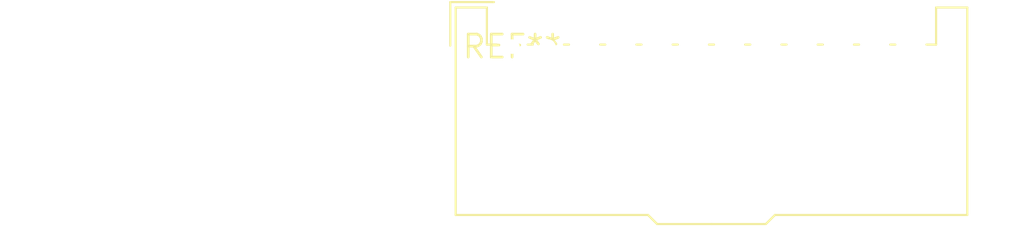
<source format=kicad_pcb>
(kicad_pcb (version 20240108) (generator pcbnew)
  (layers (0 "F.Cu" signal) (31 "B.Cu" signal) (34 "B.Paste" user) (35 "F.Paste" user) (36 "B.SilkS" user "B.Silkscreen") (37 "F.SilkS" user "F.Silkscreen") (38 "B.Mask" user) (39 "F.Mask" user) (44 "Edge.Cuts" user))
  (net 0 "")
  (footprint "Molex_MicroClasp_55935-1210_1x12_P2.00mm_Horizontal" (layer "F.Cu") (at 0 0)
    (property "Reference" "REF**")
    (property "Value" "Molex_MicroClasp_55935-1210_1x12_P2.00mm_Horizontal")
    (fp_line (start -3.41 -2.46) (end -1 -2.46) (layer "F.SilkS") (stroke (width 0.12)))
    (fp_line (start -3.41 -0.05) (end -3.41 -2.46) (layer "F.SilkS") (stroke (width 0.12)))
    (fp_line (start -3.11 -2.16) (end -1.39 -2.16) (layer "F.SilkS") (stroke (width 0.12)))
    (fp_line (start -3.11 9.31) (end -3.11 -2.16) (layer "F.SilkS") (stroke (width 0.12)))
    (fp_line (start -1.39 -2.16) (end -1.39 -0.11) (layer "F.SilkS") (stroke (width 0.12)))
    (fp_line (start -1.39 -0.11) (end -0.86 -0.11) (layer "F.SilkS") (stroke (width 0.12)))
    (fp_line (start 0.86 -0.11) (end 1.14 -0.11) (layer "F.SilkS") (stroke (width 0.12)))
    (fp_line (start 2.86 -0.11) (end 3.14 -0.11) (layer "F.SilkS") (stroke (width 0.12)))
    (fp_line (start 4.86 -0.11) (end 5.14 -0.11) (layer "F.SilkS") (stroke (width 0.12)))
    (fp_line (start 6.86 -0.11) (end 7.14 -0.11) (layer "F.SilkS") (stroke (width 0.12)))
    (fp_line (start 7.5 9.31) (end -3.11 9.31) (layer "F.SilkS") (stroke (width 0.12)))
    (fp_line (start 8 9.81) (end 7.5 9.31) (layer "F.SilkS") (stroke (width 0.12)))
    (fp_line (start 8.86 -0.11) (end 9.14 -0.11) (layer "F.SilkS") (stroke (width 0.12)))
    (fp_line (start 10.86 -0.11) (end 11.14 -0.11) (layer "F.SilkS") (stroke (width 0.12)))
    (fp_line (start 11 9.81) (end 8 9.81) (layer "F.SilkS") (stroke (width 0.12)))
    (fp_line (start 11 9.81) (end 14 9.81) (layer "F.SilkS") (stroke (width 0.12)))
    (fp_line (start 12.86 -0.11) (end 13.14 -0.11) (layer "F.SilkS") (stroke (width 0.12)))
    (fp_line (start 14 9.81) (end 14.5 9.31) (layer "F.SilkS") (stroke (width 0.12)))
    (fp_line (start 14.5 9.31) (end 25.11 9.31) (layer "F.SilkS") (stroke (width 0.12)))
    (fp_line (start 14.86 -0.11) (end 15.14 -0.11) (layer "F.SilkS") (stroke (width 0.12)))
    (fp_line (start 16.86 -0.11) (end 17.14 -0.11) (layer "F.SilkS") (stroke (width 0.12)))
    (fp_line (start 18.86 -0.11) (end 19.14 -0.11) (layer "F.SilkS") (stroke (width 0.12)))
    (fp_line (start 20.86 -0.11) (end 21.14 -0.11) (layer "F.SilkS") (stroke (width 0.12)))
    (fp_line (start 23.39 -2.16) (end 23.39 -0.11) (layer "F.SilkS") (stroke (width 0.12)))
    (fp_line (start 23.39 -0.11) (end 22.86 -0.11) (layer "F.SilkS") (stroke (width 0.12)))
    (fp_line (start 25.11 -2.16) (end 23.39 -2.16) (layer "F.SilkS") (stroke (width 0.12)))
    (fp_line (start 25.11 9.31) (end 25.11 -2.16) (layer "F.SilkS") (stroke (width 0.12)))
    (pad "" np_thru_hole circle (at -2 2.4) (size 1.2 1.2) (drill 1.2) (layers *.Cu *.Mask))
    (pad "" np_thru_hole circle (at 24 2.4) (size 1.2 1.2) (drill 1.2) (layers *.Cu *.Mask))
    (pad "1" thru_hole roundrect (at 0 0) (size 1.2 1.8) (drill 0.8) (layers *.Cu *.Mask) (remove_unused_layers) (roundrect_rratio 0.208333))
    (pad "2" thru_hole oval (at 2 0) (size 1.2 1.8) (drill 0.8) (layers *.Cu *.Mask) (remove_unused_layers))
    (pad "3" thru_hole oval (at 4 0) (size 1.2 1.8) (drill 0.8) (layers *.Cu *.Mask) (remove_unused_layers))
    (pad "4" thru_hole oval (at 6 0) (size 1.2 1.8) (drill 0.8) (layers *.Cu *.Mask) (remove_unused_layers))
    (pad "5" thru_hole oval (at 8 0) (size 1.2 1.8) (drill 0.8) (layers *.Cu *.Mask) (remove_unused_layers))
    (pad "6" thru_hole oval (at 10 0) (size 1.2 1.8) (drill 0.8) (layers *.Cu *.Mask) (remove_unused_layers))
    (pad "7" thru_hole oval (at 12 0) (size 1.2 1.8) (drill 0.8) (layers *.Cu *.Mask) (remove_unused_layers))
    (pad "8" thru_hole oval (at 14 0) (size 1.2 1.8) (drill 0.8) (layers *.Cu *.Mask) (remove_unused_layers))
    (pad "9" thru_hole oval (at 16 0) (size 1.2 1.8) (drill 0.8) (layers *.Cu *.Mask) (remove_unused_layers))
    (pad "10" thru_hole oval (at 18 0) (size 1.2 1.8) (drill 0.8) (layers *.Cu *.Mask) (remove_unused_layers))
    (pad "11" thru_hole oval (at 20 0) (size 1.2 1.8) (drill 0.8) (layers *.Cu *.Mask) (remove_unused_layers))
    (pad "12" thru_hole oval (at 22 0) (size 1.2 1.8) (drill 0.8) (layers *.Cu *.Mask) (remove_unused_layers))
  )
)
</source>
